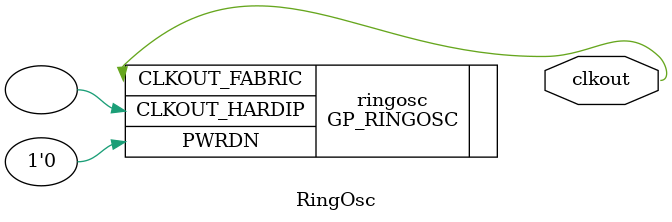
<source format=v>
/***********************************************************************************************************************
 * Copyright (C) 2016 Andrew Zonenberg and contributors                                                                *
 *                                                                                                                     *
 * This program is free software; you can redistribute it and/or modify it under the terms of the GNU Lesser General   *
 * Public License as published by the Free Software Foundation; either version 2.1 of the License, or (at your option) *
 * any later version.                                                                                                  *
 *                                                                                                                     *
 * This program is distributed in the hope that it will be useful, but WITHOUT ANY WARRANTY; without even the implied  *
 * warranty of MERCHANTABILITY or FITNESS FOR A PARTICULAR PURPOSE.  See the GNU Lesser General Public License for     *
 * more details.                                                                                                       *
 *                                                                                                                     *
 * You should have received a copy of the GNU Lesser General Public License along with this program; if not, you may   *
 * find one here:                                                                                                      *
 * https://www.gnu.org/licenses/old-licenses/lgpl-2.1.txt                                                              *
 * or you may search the http://www.gnu.org website for the version 2.1 license, or you may write to the Free Software *
 * Foundation, Inc., 51 Franklin Street, Fifth Floor, Boston, MA  02110-1301, USA                                      *
 **********************************************************************************************************************/

`default_nettype none

/**
	@brief HiL test case for GP_RINGOSC

	OUTPUTS:
		Oscillator output, divided by 2 (should be ~13.5 MHz)
 */
module RingOsc(clkout);

	////////////////////////////////////////////////////////////////////////////////////////////////////////////////////
	// I/O declarations

	(* LOC = "P13" *)
	output wire clkout;

	////////////////////////////////////////////////////////////////////////////////////////////////////////////////////
	// The oscillator

	GP_RINGOSC #(
		.PWRDN_EN(1),
		.AUTO_PWRDN(0),
		.HARDIP_DIV(1),
		.FABRIC_DIV(2)
	) ringosc (
		.PWRDN(1'b0),
		.CLKOUT_HARDIP(),
		.CLKOUT_FABRIC(clkout)
	);

endmodule

</source>
